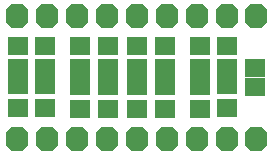
<source format=gbs>
G04*
G04 #@! TF.GenerationSoftware,Altium Limited,Altium Designer,21.0.9 (235)*
G04*
G04 Layer_Color=16711935*
%FSAX24Y24*%
%MOIN*%
G70*
G04*
G04 #@! TF.SameCoordinates,2375E4FB-4CFA-4F30-9997-1AA3C3FB1F4C*
G04*
G04*
G04 #@! TF.FilePolarity,Negative*
G04*
G01*
G75*
G04:AMPARAMS|DCode=17|XSize=73mil|YSize=78mil|CornerRadius=0mil|HoleSize=0mil|Usage=FLASHONLY|Rotation=0.000|XOffset=0mil|YOffset=0mil|HoleType=Round|Shape=Octagon|*
%AMOCTAGOND17*
4,1,8,-0.0183,0.0390,0.0183,0.0390,0.0365,0.0208,0.0365,-0.0208,0.0183,-0.0390,-0.0183,-0.0390,-0.0365,-0.0208,-0.0365,0.0208,-0.0183,0.0390,0.0*
%
%ADD17OCTAGOND17*%

%ADD24R,0.0651X0.0592*%
%ADD25R,0.0690X0.0631*%
%ADD26C,0.0380*%
D17*
X004000Y014050D02*
D03*
X001030D02*
D03*
Y009950D02*
D03*
X007000D02*
D03*
X008970Y014050D02*
D03*
X006000Y009950D02*
D03*
X005000D02*
D03*
X003000D02*
D03*
X008970D02*
D03*
X002000D02*
D03*
X004000D02*
D03*
X008000D02*
D03*
Y014050D02*
D03*
X007000D02*
D03*
X006000D02*
D03*
X005000D02*
D03*
X003000D02*
D03*
X002000D02*
D03*
D24*
X008955Y012314D02*
D03*
Y011684D02*
D03*
D25*
X001950Y012300D02*
D03*
Y013048D02*
D03*
Y010976D02*
D03*
Y011724D02*
D03*
X004050Y012302D02*
D03*
Y013050D02*
D03*
Y010952D02*
D03*
Y011700D02*
D03*
X008000Y010976D02*
D03*
Y011724D02*
D03*
Y012300D02*
D03*
Y013048D02*
D03*
X007100Y010952D02*
D03*
Y011700D02*
D03*
Y012300D02*
D03*
Y013048D02*
D03*
X003100Y010952D02*
D03*
Y011700D02*
D03*
Y012302D02*
D03*
Y013050D02*
D03*
X005950Y010952D02*
D03*
Y011700D02*
D03*
Y012302D02*
D03*
Y013050D02*
D03*
X005000Y010952D02*
D03*
Y011700D02*
D03*
Y012302D02*
D03*
Y013050D02*
D03*
X001050Y012300D02*
D03*
Y013048D02*
D03*
Y010976D02*
D03*
Y011724D02*
D03*
D26*
X002977Y012023D02*
D03*
X004000Y012000D02*
D03*
X001030Y011960D02*
D03*
X006000Y012000D02*
D03*
X007000D02*
D03*
X008000D02*
D03*
X005000D02*
D03*
X002000Y011970D02*
D03*
M02*

</source>
